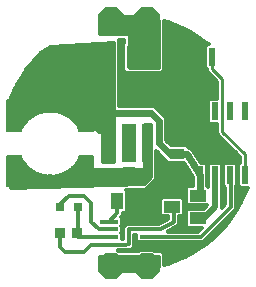
<source format=gtl>
G75*
%MOIN*%
%OFA0B0*%
%FSLAX25Y25*%
%IPPOS*%
%LPD*%
%AMOC8*
5,1,8,0,0,1.08239X$1,22.5*
%
%ADD10R,0.05118X0.03543*%
%ADD11R,0.02165X0.05906*%
%ADD12R,0.03937X0.05512*%
%ADD13R,0.01969X0.12992*%
%ADD14R,0.05118X0.12992*%
%ADD15OC8,0.08600*%
%ADD16C,0.00500*%
%ADD17C,0.00160*%
%ADD18R,0.05000X0.05000*%
%ADD19R,0.06299X0.07480*%
%ADD20R,0.03543X0.06299*%
%ADD21R,0.06299X0.01181*%
%ADD22R,0.03740X0.03740*%
%ADD23R,0.03150X0.03150*%
%ADD24R,0.05512X0.03937*%
%ADD25C,0.01000*%
%ADD26C,0.02400*%
%ADD27C,0.01200*%
%ADD28C,0.03762*%
%ADD29C,0.02778*%
%ADD30C,0.02000*%
D10*
X0072332Y0044110D03*
X0072332Y0051590D03*
D11*
X0079832Y0058480D03*
X0084832Y0058480D03*
X0089832Y0058480D03*
X0094832Y0058480D03*
X0083730Y0076600D03*
X0070935Y0076600D03*
X0079832Y0037220D03*
X0084832Y0037220D03*
X0089832Y0037220D03*
X0094832Y0037220D03*
D12*
X0059823Y0028519D03*
X0052342Y0028519D03*
X0056082Y0037181D03*
D13*
X0050571Y0047850D03*
X0061594Y0047850D03*
D14*
X0056082Y0047850D03*
D15*
X0050082Y0088850D03*
X0062082Y0088850D03*
X0062082Y0006850D03*
X0050082Y0006850D03*
D16*
X0044202Y0033480D02*
X0015462Y0033480D01*
X0015462Y0043716D01*
X0019990Y0043716D01*
X0020352Y0042459D01*
X0020907Y0041274D01*
X0021640Y0040190D01*
X0022534Y0039234D01*
X0023566Y0038430D01*
X0024711Y0037797D01*
X0025941Y0037351D01*
X0027226Y0037103D01*
X0028534Y0037059D01*
X0029832Y0037220D01*
X0031139Y0037012D01*
X0032461Y0037020D01*
X0033764Y0037246D01*
X0035013Y0037682D01*
X0036173Y0038317D01*
X0037213Y0039134D01*
X0038105Y0040111D01*
X0038825Y0041221D01*
X0039353Y0042433D01*
X0039675Y0043716D01*
X0044202Y0043716D01*
X0044202Y0033480D01*
X0044202Y0033758D02*
X0015462Y0033758D01*
X0015462Y0034256D02*
X0044202Y0034256D01*
X0044202Y0034755D02*
X0015462Y0034755D01*
X0015462Y0035253D02*
X0044202Y0035253D01*
X0044202Y0035752D02*
X0015462Y0035752D01*
X0015462Y0036250D02*
X0044202Y0036250D01*
X0044202Y0036749D02*
X0015462Y0036749D01*
X0015462Y0037247D02*
X0026478Y0037247D01*
X0024852Y0037746D02*
X0015462Y0037746D01*
X0015462Y0038244D02*
X0023901Y0038244D01*
X0023164Y0038743D02*
X0015462Y0038743D01*
X0015462Y0039241D02*
X0022527Y0039241D01*
X0022061Y0039740D02*
X0015462Y0039740D01*
X0015462Y0040238D02*
X0021607Y0040238D01*
X0021270Y0040737D02*
X0015462Y0040737D01*
X0015462Y0041235D02*
X0020933Y0041235D01*
X0020691Y0041734D02*
X0015462Y0041734D01*
X0015462Y0042232D02*
X0020458Y0042232D01*
X0020274Y0042731D02*
X0015462Y0042731D01*
X0015462Y0043229D02*
X0020130Y0043229D01*
X0033768Y0037247D02*
X0044202Y0037247D01*
X0044202Y0037746D02*
X0035129Y0037746D01*
X0036039Y0038244D02*
X0044202Y0038244D01*
X0044202Y0038743D02*
X0036715Y0038743D01*
X0037311Y0039241D02*
X0044202Y0039241D01*
X0044202Y0039740D02*
X0037766Y0039740D01*
X0038188Y0040238D02*
X0044202Y0040238D01*
X0044202Y0040737D02*
X0038511Y0040737D01*
X0038831Y0041235D02*
X0044202Y0041235D01*
X0044202Y0041734D02*
X0039049Y0041734D01*
X0039266Y0042232D02*
X0044202Y0042232D01*
X0044202Y0042731D02*
X0039428Y0042731D01*
X0039553Y0043229D02*
X0044202Y0043229D01*
X0044202Y0051984D02*
X0039675Y0051984D01*
X0039313Y0053241D01*
X0038758Y0054426D01*
X0038025Y0055510D01*
X0037131Y0056466D01*
X0036099Y0057270D01*
X0034954Y0057903D01*
X0033724Y0058349D01*
X0032439Y0058597D01*
X0031131Y0058641D01*
X0029832Y0058480D01*
X0028526Y0058688D01*
X0027204Y0058680D01*
X0025900Y0058454D01*
X0024652Y0058018D01*
X0023492Y0057383D01*
X0022452Y0056566D01*
X0021559Y0055589D01*
X0020840Y0054479D01*
X0020312Y0053267D01*
X0019990Y0051984D01*
X0015462Y0051984D01*
X0015462Y0062220D01*
X0044202Y0062220D01*
X0044202Y0051984D01*
X0044202Y0052203D02*
X0039612Y0052203D01*
X0039468Y0052701D02*
X0044202Y0052701D01*
X0044202Y0053200D02*
X0039325Y0053200D01*
X0039099Y0053698D02*
X0044202Y0053698D01*
X0044202Y0054197D02*
X0038866Y0054197D01*
X0038576Y0054695D02*
X0044202Y0054695D01*
X0044202Y0055194D02*
X0038239Y0055194D01*
X0037855Y0055692D02*
X0044202Y0055692D01*
X0044202Y0056191D02*
X0037389Y0056191D01*
X0036845Y0056689D02*
X0044202Y0056689D01*
X0044202Y0057188D02*
X0036205Y0057188D01*
X0035346Y0057686D02*
X0044202Y0057686D01*
X0044202Y0058185D02*
X0034177Y0058185D01*
X0028558Y0058683D02*
X0044202Y0058683D01*
X0044202Y0059182D02*
X0015462Y0059182D01*
X0015462Y0059680D02*
X0044202Y0059680D01*
X0044202Y0060179D02*
X0015462Y0060179D01*
X0015462Y0060677D02*
X0044202Y0060677D01*
X0044202Y0061176D02*
X0015462Y0061176D01*
X0015462Y0061674D02*
X0044202Y0061674D01*
X0044202Y0062173D02*
X0015462Y0062173D01*
X0015462Y0058683D02*
X0027759Y0058683D01*
X0025130Y0058185D02*
X0015462Y0058185D01*
X0015462Y0057686D02*
X0024046Y0057686D01*
X0023244Y0057188D02*
X0015462Y0057188D01*
X0015462Y0056689D02*
X0022609Y0056689D01*
X0022109Y0056191D02*
X0015462Y0056191D01*
X0015462Y0055692D02*
X0021654Y0055692D01*
X0021303Y0055194D02*
X0015462Y0055194D01*
X0015462Y0054695D02*
X0020980Y0054695D01*
X0020717Y0054197D02*
X0015462Y0054197D01*
X0015462Y0053698D02*
X0020500Y0053698D01*
X0020295Y0053200D02*
X0015462Y0053200D01*
X0015462Y0052701D02*
X0020170Y0052701D01*
X0020045Y0052203D02*
X0015462Y0052203D01*
D17*
X0018728Y0043207D02*
X0020055Y0043765D01*
X0020160Y0043527D01*
X0020272Y0043292D01*
X0020388Y0043060D01*
X0020511Y0042831D01*
X0020639Y0042605D01*
X0020773Y0042382D01*
X0020912Y0042162D01*
X0021056Y0041946D01*
X0021206Y0041733D01*
X0021360Y0041524D01*
X0021520Y0041319D01*
X0021685Y0041118D01*
X0021854Y0040921D01*
X0022028Y0040728D01*
X0022207Y0040540D01*
X0022391Y0040356D01*
X0022579Y0040176D01*
X0022771Y0040001D01*
X0022968Y0039831D01*
X0023168Y0039666D01*
X0023373Y0039505D01*
X0023581Y0039350D01*
X0023793Y0039200D01*
X0024009Y0039054D01*
X0024228Y0038915D01*
X0024450Y0038780D01*
X0024676Y0038652D01*
X0024905Y0038528D01*
X0025137Y0038410D01*
X0025371Y0038298D01*
X0025608Y0038192D01*
X0025848Y0038092D01*
X0026090Y0037997D01*
X0026335Y0037908D01*
X0026581Y0037826D01*
X0026829Y0037749D01*
X0027080Y0037679D01*
X0027331Y0037614D01*
X0027585Y0037556D01*
X0027839Y0037504D01*
X0028095Y0037458D01*
X0028352Y0037418D01*
X0028610Y0037385D01*
X0028869Y0037358D01*
X0029128Y0037337D01*
X0029387Y0037323D01*
X0029647Y0037315D01*
X0029907Y0037313D01*
X0030167Y0037318D01*
X0030426Y0037329D01*
X0030686Y0037346D01*
X0030945Y0037370D01*
X0031203Y0037400D01*
X0031460Y0037436D01*
X0031717Y0037478D01*
X0031972Y0037527D01*
X0032226Y0037582D01*
X0032479Y0037643D01*
X0032730Y0037710D01*
X0032979Y0037784D01*
X0033227Y0037863D01*
X0033472Y0037949D01*
X0033715Y0038040D01*
X0033957Y0038137D01*
X0034195Y0038240D01*
X0034431Y0038349D01*
X0034664Y0038464D01*
X0034895Y0038584D01*
X0035122Y0038710D01*
X0035346Y0038842D01*
X0035567Y0038978D01*
X0035785Y0039121D01*
X0035999Y0039268D01*
X0036209Y0039421D01*
X0036416Y0039578D01*
X0036619Y0039741D01*
X0036817Y0039909D01*
X0037012Y0040081D01*
X0037202Y0040258D01*
X0037388Y0040440D01*
X0037570Y0040626D01*
X0037746Y0040817D01*
X0037919Y0041011D01*
X0038086Y0041210D01*
X0038248Y0041413D01*
X0038406Y0041620D01*
X0038558Y0041831D01*
X0038705Y0042045D01*
X0038847Y0042263D01*
X0038983Y0042484D01*
X0039115Y0042708D01*
X0039240Y0042936D01*
X0039360Y0043167D01*
X0039474Y0043400D01*
X0039583Y0043636D01*
X0039686Y0043875D01*
X0041019Y0043332D01*
X0040903Y0043060D01*
X0040780Y0042792D01*
X0040650Y0042527D01*
X0040514Y0042265D01*
X0040372Y0042006D01*
X0040223Y0041751D01*
X0040068Y0041499D01*
X0039907Y0041252D01*
X0039740Y0041008D01*
X0039567Y0040769D01*
X0039389Y0040534D01*
X0039204Y0040303D01*
X0039014Y0040077D01*
X0038819Y0039856D01*
X0038618Y0039639D01*
X0038412Y0039428D01*
X0038201Y0039221D01*
X0037985Y0039020D01*
X0037764Y0038824D01*
X0037539Y0038633D01*
X0037309Y0038448D01*
X0037074Y0038269D01*
X0036835Y0038096D01*
X0036592Y0037928D01*
X0036345Y0037766D01*
X0036094Y0037611D01*
X0035839Y0037461D01*
X0035581Y0037318D01*
X0035319Y0037181D01*
X0035054Y0037051D01*
X0034786Y0036927D01*
X0034515Y0036810D01*
X0034241Y0036699D01*
X0033965Y0036595D01*
X0033686Y0036498D01*
X0033405Y0036408D01*
X0033122Y0036325D01*
X0032837Y0036248D01*
X0032550Y0036179D01*
X0032261Y0036116D01*
X0031971Y0036061D01*
X0031680Y0036013D01*
X0031387Y0035971D01*
X0031094Y0035937D01*
X0030800Y0035911D01*
X0030505Y0035891D01*
X0030210Y0035878D01*
X0029915Y0035873D01*
X0029620Y0035875D01*
X0029325Y0035884D01*
X0029030Y0035901D01*
X0028735Y0035924D01*
X0028442Y0035955D01*
X0028149Y0035993D01*
X0027857Y0036038D01*
X0027566Y0036090D01*
X0027277Y0036149D01*
X0026989Y0036215D01*
X0026703Y0036289D01*
X0026419Y0036369D01*
X0026137Y0036456D01*
X0025857Y0036550D01*
X0025580Y0036651D01*
X0025305Y0036758D01*
X0025032Y0036872D01*
X0024763Y0036993D01*
X0024496Y0037121D01*
X0024233Y0037254D01*
X0023973Y0037395D01*
X0023717Y0037541D01*
X0023464Y0037694D01*
X0023215Y0037853D01*
X0022970Y0038018D01*
X0022730Y0038188D01*
X0022493Y0038365D01*
X0022261Y0038547D01*
X0022033Y0038735D01*
X0021810Y0038929D01*
X0021592Y0039128D01*
X0021378Y0039332D01*
X0021170Y0039541D01*
X0020967Y0039755D01*
X0020769Y0039975D01*
X0020577Y0040199D01*
X0020390Y0040427D01*
X0020208Y0040660D01*
X0020033Y0040898D01*
X0019863Y0041139D01*
X0019699Y0041385D01*
X0019542Y0041635D01*
X0019390Y0041888D01*
X0019245Y0042145D01*
X0019106Y0042406D01*
X0018973Y0042669D01*
X0018847Y0042936D01*
X0018727Y0043206D01*
X0018867Y0043265D01*
X0018985Y0042998D01*
X0019109Y0042735D01*
X0019240Y0042474D01*
X0019378Y0042217D01*
X0019521Y0041963D01*
X0019671Y0041713D01*
X0019826Y0041466D01*
X0019988Y0041224D01*
X0020156Y0040985D01*
X0020329Y0040751D01*
X0020508Y0040521D01*
X0020693Y0040295D01*
X0020883Y0040074D01*
X0021078Y0039857D01*
X0021279Y0039646D01*
X0021484Y0039439D01*
X0021695Y0039238D01*
X0021911Y0039041D01*
X0022131Y0038850D01*
X0022356Y0038665D01*
X0022585Y0038485D01*
X0022819Y0038310D01*
X0023057Y0038142D01*
X0023299Y0037979D01*
X0023544Y0037822D01*
X0023794Y0037671D01*
X0024047Y0037526D01*
X0024304Y0037388D01*
X0024564Y0037256D01*
X0024827Y0037130D01*
X0025093Y0037011D01*
X0025362Y0036898D01*
X0025633Y0036792D01*
X0025907Y0036692D01*
X0026184Y0036600D01*
X0026462Y0036514D01*
X0026743Y0036434D01*
X0027025Y0036362D01*
X0027309Y0036297D01*
X0027595Y0036238D01*
X0027882Y0036187D01*
X0028170Y0036142D01*
X0028459Y0036105D01*
X0028749Y0036075D01*
X0029040Y0036051D01*
X0029331Y0036035D01*
X0029623Y0036026D01*
X0029914Y0036024D01*
X0030206Y0036029D01*
X0030497Y0036042D01*
X0030788Y0036061D01*
X0031078Y0036088D01*
X0031368Y0036121D01*
X0031657Y0036162D01*
X0031944Y0036210D01*
X0032231Y0036264D01*
X0032516Y0036326D01*
X0032799Y0036394D01*
X0033081Y0036470D01*
X0033360Y0036552D01*
X0033638Y0036641D01*
X0033913Y0036737D01*
X0034186Y0036840D01*
X0034457Y0036949D01*
X0034724Y0037065D01*
X0034989Y0037187D01*
X0035250Y0037316D01*
X0035509Y0037451D01*
X0035764Y0037592D01*
X0036015Y0037740D01*
X0036263Y0037893D01*
X0036507Y0038053D01*
X0036747Y0038218D01*
X0036983Y0038390D01*
X0037215Y0038567D01*
X0037442Y0038749D01*
X0037665Y0038938D01*
X0037883Y0039131D01*
X0038096Y0039330D01*
X0038305Y0039534D01*
X0038508Y0039743D01*
X0038706Y0039956D01*
X0038899Y0040175D01*
X0039087Y0040398D01*
X0039269Y0040626D01*
X0039445Y0040858D01*
X0039616Y0041095D01*
X0039781Y0041335D01*
X0039940Y0041579D01*
X0040093Y0041828D01*
X0040240Y0042080D01*
X0040380Y0042335D01*
X0040515Y0042594D01*
X0040643Y0042856D01*
X0040764Y0043121D01*
X0040880Y0043389D01*
X0040740Y0043446D01*
X0040626Y0043181D01*
X0040506Y0042919D01*
X0040380Y0042661D01*
X0040247Y0042405D01*
X0040108Y0042153D01*
X0039963Y0041905D01*
X0039812Y0041660D01*
X0039655Y0041418D01*
X0039492Y0041181D01*
X0039324Y0040947D01*
X0039149Y0040718D01*
X0038970Y0040493D01*
X0038784Y0040273D01*
X0038594Y0040057D01*
X0038398Y0039846D01*
X0038197Y0039640D01*
X0037992Y0039439D01*
X0037781Y0039242D01*
X0037566Y0039051D01*
X0037346Y0038866D01*
X0037121Y0038685D01*
X0036893Y0038511D01*
X0036660Y0038341D01*
X0036423Y0038178D01*
X0036182Y0038020D01*
X0035937Y0037869D01*
X0035689Y0037723D01*
X0035437Y0037584D01*
X0035182Y0037450D01*
X0034924Y0037323D01*
X0034662Y0037203D01*
X0034398Y0037088D01*
X0034131Y0036981D01*
X0033862Y0036879D01*
X0033590Y0036785D01*
X0033316Y0036697D01*
X0033040Y0036615D01*
X0032761Y0036541D01*
X0032482Y0036473D01*
X0032200Y0036412D01*
X0031918Y0036358D01*
X0031634Y0036311D01*
X0031349Y0036271D01*
X0031063Y0036238D01*
X0030776Y0036212D01*
X0030489Y0036192D01*
X0030201Y0036180D01*
X0029913Y0036175D01*
X0029625Y0036177D01*
X0029338Y0036186D01*
X0029050Y0036202D01*
X0028763Y0036225D01*
X0028477Y0036255D01*
X0028192Y0036292D01*
X0027907Y0036336D01*
X0027624Y0036386D01*
X0027342Y0036444D01*
X0027061Y0036509D01*
X0026782Y0036580D01*
X0026505Y0036658D01*
X0026230Y0036743D01*
X0025957Y0036835D01*
X0025687Y0036933D01*
X0025419Y0037038D01*
X0025153Y0037149D01*
X0024890Y0037267D01*
X0024631Y0037391D01*
X0024374Y0037522D01*
X0024121Y0037658D01*
X0023871Y0037801D01*
X0023624Y0037950D01*
X0023382Y0038105D01*
X0023143Y0038265D01*
X0022908Y0038432D01*
X0022677Y0038604D01*
X0022451Y0038782D01*
X0022229Y0038965D01*
X0022011Y0039154D01*
X0021799Y0039348D01*
X0021591Y0039547D01*
X0021388Y0039751D01*
X0021189Y0039959D01*
X0020997Y0040173D01*
X0020809Y0040391D01*
X0020627Y0040614D01*
X0020450Y0040841D01*
X0020279Y0041073D01*
X0020113Y0041308D01*
X0019954Y0041548D01*
X0019800Y0041791D01*
X0019652Y0042038D01*
X0019510Y0042289D01*
X0019375Y0042543D01*
X0019245Y0042800D01*
X0019122Y0043060D01*
X0019006Y0043323D01*
X0019145Y0043382D01*
X0019260Y0043122D01*
X0019382Y0042865D01*
X0019509Y0042611D01*
X0019643Y0042361D01*
X0019783Y0042113D01*
X0019929Y0041870D01*
X0020081Y0041629D01*
X0020238Y0041393D01*
X0020402Y0041160D01*
X0020571Y0040932D01*
X0020745Y0040708D01*
X0020925Y0040488D01*
X0021110Y0040272D01*
X0021301Y0040061D01*
X0021496Y0039855D01*
X0021697Y0039654D01*
X0021902Y0039458D01*
X0022112Y0039266D01*
X0022327Y0039080D01*
X0022546Y0038899D01*
X0022770Y0038724D01*
X0022997Y0038554D01*
X0023229Y0038389D01*
X0023465Y0038231D01*
X0023705Y0038078D01*
X0023948Y0037931D01*
X0024194Y0037790D01*
X0024445Y0037655D01*
X0024698Y0037526D01*
X0024954Y0037404D01*
X0025214Y0037288D01*
X0025476Y0037178D01*
X0025740Y0037074D01*
X0026007Y0036977D01*
X0026277Y0036887D01*
X0026548Y0036803D01*
X0026822Y0036726D01*
X0027097Y0036655D01*
X0027374Y0036592D01*
X0027652Y0036535D01*
X0027932Y0036485D01*
X0028213Y0036441D01*
X0028495Y0036405D01*
X0028777Y0036375D01*
X0029061Y0036353D01*
X0029344Y0036337D01*
X0029628Y0036328D01*
X0029912Y0036326D01*
X0030197Y0036331D01*
X0030480Y0036343D01*
X0030764Y0036362D01*
X0031047Y0036388D01*
X0031329Y0036421D01*
X0031611Y0036460D01*
X0031891Y0036507D01*
X0032170Y0036560D01*
X0032448Y0036620D01*
X0032724Y0036687D01*
X0032998Y0036761D01*
X0033271Y0036841D01*
X0033542Y0036928D01*
X0033810Y0037021D01*
X0034076Y0037121D01*
X0034339Y0037228D01*
X0034600Y0037340D01*
X0034858Y0037459D01*
X0035113Y0037585D01*
X0035365Y0037716D01*
X0035614Y0037854D01*
X0035859Y0037998D01*
X0036100Y0038148D01*
X0036338Y0038303D01*
X0036572Y0038464D01*
X0036802Y0038631D01*
X0037028Y0038804D01*
X0037249Y0038982D01*
X0037466Y0039165D01*
X0037679Y0039354D01*
X0037887Y0039547D01*
X0038090Y0039746D01*
X0038288Y0039950D01*
X0038482Y0040158D01*
X0038670Y0040371D01*
X0038852Y0040589D01*
X0039030Y0040810D01*
X0039202Y0041037D01*
X0039368Y0041267D01*
X0039529Y0041501D01*
X0039684Y0041740D01*
X0039833Y0041981D01*
X0039976Y0042227D01*
X0040113Y0042476D01*
X0040244Y0042728D01*
X0040369Y0042983D01*
X0040488Y0043241D01*
X0040600Y0043503D01*
X0040460Y0043560D01*
X0040349Y0043302D01*
X0040232Y0043047D01*
X0040109Y0042795D01*
X0039980Y0042546D01*
X0039844Y0042301D01*
X0039703Y0042058D01*
X0039556Y0041820D01*
X0039403Y0041585D01*
X0039244Y0041353D01*
X0039080Y0041126D01*
X0038910Y0040903D01*
X0038735Y0040684D01*
X0038555Y0040469D01*
X0038369Y0040259D01*
X0038178Y0040053D01*
X0037983Y0039852D01*
X0037782Y0039656D01*
X0037577Y0039465D01*
X0037367Y0039279D01*
X0037153Y0039098D01*
X0036934Y0038922D01*
X0036711Y0038752D01*
X0036484Y0038587D01*
X0036253Y0038428D01*
X0036019Y0038275D01*
X0035780Y0038127D01*
X0035538Y0037985D01*
X0035293Y0037849D01*
X0035044Y0037719D01*
X0034793Y0037596D01*
X0034538Y0037478D01*
X0034281Y0037367D01*
X0034021Y0037262D01*
X0033758Y0037163D01*
X0033493Y0037071D01*
X0033226Y0036985D01*
X0032957Y0036906D01*
X0032686Y0036833D01*
X0032414Y0036767D01*
X0032140Y0036708D01*
X0031864Y0036655D01*
X0031588Y0036610D01*
X0031310Y0036570D01*
X0031031Y0036538D01*
X0030752Y0036513D01*
X0030472Y0036494D01*
X0030192Y0036482D01*
X0029912Y0036477D01*
X0029631Y0036479D01*
X0029351Y0036488D01*
X0029071Y0036503D01*
X0028791Y0036526D01*
X0028512Y0036555D01*
X0028234Y0036591D01*
X0027957Y0036633D01*
X0027681Y0036683D01*
X0027406Y0036739D01*
X0027133Y0036802D01*
X0026861Y0036872D01*
X0026591Y0036948D01*
X0026323Y0037031D01*
X0026057Y0037120D01*
X0025794Y0037215D01*
X0025533Y0037318D01*
X0025274Y0037426D01*
X0025018Y0037541D01*
X0024765Y0037662D01*
X0024515Y0037789D01*
X0024268Y0037922D01*
X0024025Y0038061D01*
X0023785Y0038206D01*
X0023548Y0038357D01*
X0023315Y0038513D01*
X0023087Y0038676D01*
X0022862Y0038843D01*
X0022641Y0039016D01*
X0022425Y0039195D01*
X0022213Y0039379D01*
X0022006Y0039567D01*
X0021803Y0039761D01*
X0021605Y0039960D01*
X0021412Y0040163D01*
X0021224Y0040372D01*
X0021041Y0040584D01*
X0020864Y0040801D01*
X0020691Y0041023D01*
X0020525Y0041248D01*
X0020363Y0041478D01*
X0020208Y0041711D01*
X0020058Y0041948D01*
X0019914Y0042189D01*
X0019776Y0042433D01*
X0019644Y0042680D01*
X0019518Y0042931D01*
X0019398Y0043184D01*
X0019284Y0043441D01*
X0019423Y0043499D01*
X0019536Y0043246D01*
X0019654Y0042996D01*
X0019778Y0042749D01*
X0019909Y0042505D01*
X0020045Y0042264D01*
X0020187Y0042026D01*
X0020335Y0041792D01*
X0020489Y0041562D01*
X0020648Y0041336D01*
X0020812Y0041113D01*
X0020982Y0040895D01*
X0021158Y0040681D01*
X0021338Y0040471D01*
X0021523Y0040265D01*
X0021714Y0040065D01*
X0021909Y0039869D01*
X0022109Y0039677D01*
X0022314Y0039491D01*
X0022523Y0039310D01*
X0022736Y0039134D01*
X0022954Y0038963D01*
X0023176Y0038797D01*
X0023402Y0038637D01*
X0023631Y0038483D01*
X0023865Y0038334D01*
X0024102Y0038191D01*
X0024342Y0038054D01*
X0024585Y0037922D01*
X0024832Y0037797D01*
X0025082Y0037678D01*
X0025334Y0037564D01*
X0025590Y0037457D01*
X0025847Y0037357D01*
X0026107Y0037262D01*
X0026370Y0037174D01*
X0026634Y0037093D01*
X0026901Y0037017D01*
X0027169Y0036949D01*
X0027438Y0036887D01*
X0027710Y0036831D01*
X0027982Y0036782D01*
X0028255Y0036740D01*
X0028530Y0036705D01*
X0028805Y0036676D01*
X0029081Y0036654D01*
X0029357Y0036639D01*
X0029634Y0036630D01*
X0029911Y0036628D01*
X0030187Y0036633D01*
X0030464Y0036645D01*
X0030740Y0036663D01*
X0031016Y0036688D01*
X0031291Y0036720D01*
X0031565Y0036759D01*
X0031838Y0036804D01*
X0032109Y0036856D01*
X0032380Y0036914D01*
X0032649Y0036980D01*
X0032916Y0037051D01*
X0033182Y0037129D01*
X0033445Y0037214D01*
X0033707Y0037305D01*
X0033966Y0037402D01*
X0034222Y0037506D01*
X0034476Y0037616D01*
X0034727Y0037732D01*
X0034976Y0037854D01*
X0035221Y0037982D01*
X0035463Y0038116D01*
X0035702Y0038256D01*
X0035937Y0038402D01*
X0036169Y0038553D01*
X0036397Y0038710D01*
X0036621Y0038873D01*
X0036841Y0039041D01*
X0037056Y0039214D01*
X0037268Y0039393D01*
X0037475Y0039576D01*
X0037677Y0039765D01*
X0037875Y0039958D01*
X0038068Y0040157D01*
X0038257Y0040359D01*
X0038440Y0040567D01*
X0038618Y0040779D01*
X0038791Y0040995D01*
X0038958Y0041215D01*
X0039120Y0041440D01*
X0039277Y0041668D01*
X0039428Y0041900D01*
X0039573Y0042135D01*
X0039713Y0042374D01*
X0039846Y0042617D01*
X0039974Y0042862D01*
X0040095Y0043111D01*
X0040211Y0043362D01*
X0040320Y0043616D01*
X0040180Y0043673D01*
X0040072Y0043423D01*
X0039958Y0043175D01*
X0039838Y0042929D01*
X0039713Y0042687D01*
X0039581Y0042448D01*
X0039443Y0042212D01*
X0039300Y0041980D01*
X0039151Y0041751D01*
X0038996Y0041526D01*
X0038836Y0041304D01*
X0038671Y0041087D01*
X0038501Y0040874D01*
X0038325Y0040665D01*
X0038144Y0040460D01*
X0037958Y0040260D01*
X0037768Y0040064D01*
X0037573Y0039874D01*
X0037373Y0039688D01*
X0037169Y0039506D01*
X0036960Y0039330D01*
X0036747Y0039159D01*
X0036530Y0038994D01*
X0036309Y0038833D01*
X0036084Y0038678D01*
X0035856Y0038529D01*
X0035624Y0038385D01*
X0035388Y0038247D01*
X0035149Y0038115D01*
X0034907Y0037988D01*
X0034662Y0037868D01*
X0034414Y0037753D01*
X0034164Y0037645D01*
X0033910Y0037543D01*
X0033655Y0037447D01*
X0033397Y0037357D01*
X0033137Y0037274D01*
X0032875Y0037196D01*
X0032611Y0037126D01*
X0032346Y0037062D01*
X0032079Y0037004D01*
X0031811Y0036953D01*
X0031542Y0036908D01*
X0031271Y0036870D01*
X0031000Y0036839D01*
X0030728Y0036814D01*
X0030456Y0036796D01*
X0030183Y0036784D01*
X0029910Y0036779D01*
X0029637Y0036781D01*
X0029364Y0036789D01*
X0029091Y0036805D01*
X0028819Y0036826D01*
X0028548Y0036855D01*
X0028277Y0036890D01*
X0028007Y0036931D01*
X0027738Y0036979D01*
X0027471Y0037034D01*
X0027205Y0037095D01*
X0026940Y0037163D01*
X0026677Y0037237D01*
X0026416Y0037318D01*
X0026158Y0037405D01*
X0025901Y0037498D01*
X0025647Y0037597D01*
X0025395Y0037703D01*
X0025146Y0037814D01*
X0024899Y0037932D01*
X0024656Y0038056D01*
X0024416Y0038185D01*
X0024178Y0038321D01*
X0023945Y0038462D01*
X0023715Y0038609D01*
X0023488Y0038761D01*
X0023265Y0038919D01*
X0023046Y0039082D01*
X0022832Y0039251D01*
X0022621Y0039425D01*
X0022415Y0039603D01*
X0022213Y0039787D01*
X0022015Y0039976D01*
X0021823Y0040169D01*
X0021635Y0040368D01*
X0021452Y0040570D01*
X0021274Y0040777D01*
X0021101Y0040988D01*
X0020933Y0041204D01*
X0020771Y0041423D01*
X0020614Y0041647D01*
X0020462Y0041874D01*
X0020316Y0042105D01*
X0020176Y0042339D01*
X0020041Y0042577D01*
X0019913Y0042817D01*
X0019790Y0043061D01*
X0019673Y0043308D01*
X0019563Y0043558D01*
X0019702Y0043616D01*
X0019811Y0043370D01*
X0019926Y0043127D01*
X0020047Y0042886D01*
X0020174Y0042648D01*
X0020307Y0042414D01*
X0020445Y0042183D01*
X0020589Y0041955D01*
X0020739Y0041731D01*
X0020894Y0041511D01*
X0021054Y0041294D01*
X0021219Y0041082D01*
X0021390Y0040874D01*
X0021566Y0040669D01*
X0021746Y0040470D01*
X0021931Y0040274D01*
X0022122Y0040083D01*
X0022316Y0039897D01*
X0022515Y0039716D01*
X0022719Y0039540D01*
X0022927Y0039368D01*
X0023139Y0039202D01*
X0023355Y0039041D01*
X0023574Y0038885D01*
X0023798Y0038735D01*
X0024025Y0038590D01*
X0024255Y0038451D01*
X0024489Y0038317D01*
X0024726Y0038189D01*
X0024966Y0038067D01*
X0025209Y0037951D01*
X0025455Y0037841D01*
X0025704Y0037737D01*
X0025954Y0037639D01*
X0026208Y0037547D01*
X0026463Y0037461D01*
X0026720Y0037382D01*
X0026980Y0037309D01*
X0027240Y0037242D01*
X0027503Y0037182D01*
X0027767Y0037128D01*
X0028032Y0037080D01*
X0028298Y0037039D01*
X0028565Y0037005D01*
X0028833Y0036977D01*
X0029102Y0036955D01*
X0029370Y0036940D01*
X0029640Y0036932D01*
X0029909Y0036930D01*
X0030178Y0036935D01*
X0030447Y0036946D01*
X0030716Y0036964D01*
X0030984Y0036989D01*
X0031252Y0037020D01*
X0031519Y0037057D01*
X0031784Y0037101D01*
X0032049Y0037152D01*
X0032312Y0037209D01*
X0032574Y0037272D01*
X0032834Y0037342D01*
X0033092Y0037418D01*
X0033349Y0037500D01*
X0033603Y0037589D01*
X0033855Y0037683D01*
X0034105Y0037784D01*
X0034352Y0037891D01*
X0034597Y0038004D01*
X0034839Y0038123D01*
X0035077Y0038248D01*
X0035313Y0038378D01*
X0035545Y0038514D01*
X0035774Y0038656D01*
X0036000Y0038803D01*
X0036221Y0038956D01*
X0036439Y0039114D01*
X0036653Y0039278D01*
X0036863Y0039446D01*
X0037069Y0039620D01*
X0037271Y0039799D01*
X0037468Y0039982D01*
X0037661Y0040171D01*
X0037848Y0040364D01*
X0038032Y0040561D01*
X0038210Y0040763D01*
X0038383Y0040969D01*
X0038552Y0041179D01*
X0038715Y0041394D01*
X0038872Y0041612D01*
X0039025Y0041834D01*
X0039172Y0042060D01*
X0039313Y0042289D01*
X0039449Y0042522D01*
X0039579Y0042757D01*
X0039703Y0042996D01*
X0039822Y0043238D01*
X0039934Y0043483D01*
X0040041Y0043730D01*
X0039901Y0043787D01*
X0039796Y0043543D01*
X0039685Y0043302D01*
X0039568Y0043064D01*
X0039445Y0042828D01*
X0039317Y0042595D01*
X0039183Y0042366D01*
X0039044Y0042140D01*
X0038899Y0041917D01*
X0038748Y0041698D01*
X0038593Y0041483D01*
X0038432Y0041272D01*
X0038266Y0041064D01*
X0038095Y0040861D01*
X0037919Y0040662D01*
X0037739Y0040467D01*
X0037553Y0040277D01*
X0037363Y0040091D01*
X0037169Y0039910D01*
X0036970Y0039734D01*
X0036767Y0039563D01*
X0036560Y0039396D01*
X0036349Y0039235D01*
X0036134Y0039079D01*
X0035915Y0038928D01*
X0035693Y0038783D01*
X0035467Y0038643D01*
X0035238Y0038509D01*
X0035005Y0038380D01*
X0034770Y0038257D01*
X0034531Y0038140D01*
X0034290Y0038029D01*
X0034047Y0037923D01*
X0033800Y0037824D01*
X0033552Y0037731D01*
X0033301Y0037643D01*
X0033048Y0037562D01*
X0032793Y0037487D01*
X0032536Y0037418D01*
X0032278Y0037356D01*
X0032019Y0037300D01*
X0031758Y0037250D01*
X0031496Y0037207D01*
X0031233Y0037170D01*
X0030969Y0037139D01*
X0030704Y0037115D01*
X0030439Y0037097D01*
X0030174Y0037086D01*
X0029908Y0037081D01*
X0029643Y0037083D01*
X0029377Y0037091D01*
X0029112Y0037106D01*
X0028847Y0037127D01*
X0028583Y0037155D01*
X0028319Y0037189D01*
X0028057Y0037229D01*
X0027795Y0037276D01*
X0027535Y0037329D01*
X0027276Y0037389D01*
X0027019Y0037455D01*
X0026763Y0037527D01*
X0026510Y0037605D01*
X0026258Y0037690D01*
X0026008Y0037780D01*
X0025761Y0037877D01*
X0025516Y0037980D01*
X0025273Y0038088D01*
X0025034Y0038203D01*
X0024797Y0038323D01*
X0024563Y0038449D01*
X0024332Y0038581D01*
X0024105Y0038718D01*
X0023881Y0038861D01*
X0023661Y0039009D01*
X0023444Y0039163D01*
X0023231Y0039321D01*
X0023022Y0039485D01*
X0022817Y0039654D01*
X0022616Y0039828D01*
X0022420Y0040007D01*
X0022228Y0040191D01*
X0022040Y0040379D01*
X0021857Y0040572D01*
X0021679Y0040769D01*
X0021506Y0040970D01*
X0021338Y0041176D01*
X0021175Y0041385D01*
X0021017Y0041599D01*
X0020864Y0041816D01*
X0020716Y0042037D01*
X0020574Y0042261D01*
X0020438Y0042489D01*
X0020307Y0042720D01*
X0020182Y0042955D01*
X0020062Y0043192D01*
X0019949Y0043432D01*
X0019841Y0043675D01*
X0019980Y0043733D01*
X0020086Y0043494D01*
X0020198Y0043257D01*
X0020316Y0043023D01*
X0020440Y0042792D01*
X0020569Y0042564D01*
X0020703Y0042340D01*
X0020844Y0042118D01*
X0020989Y0041900D01*
X0021140Y0041686D01*
X0021295Y0041476D01*
X0021456Y0041269D01*
X0021622Y0041066D01*
X0021793Y0040868D01*
X0021969Y0040674D01*
X0022149Y0040484D01*
X0022334Y0040298D01*
X0022523Y0040117D01*
X0022717Y0039941D01*
X0022915Y0039769D01*
X0023117Y0039603D01*
X0023323Y0039441D01*
X0023533Y0039284D01*
X0023747Y0039133D01*
X0023964Y0038987D01*
X0024185Y0038846D01*
X0024409Y0038711D01*
X0024637Y0038581D01*
X0024867Y0038457D01*
X0025101Y0038338D01*
X0025337Y0038225D01*
X0025576Y0038118D01*
X0025818Y0038017D01*
X0026062Y0037921D01*
X0026308Y0037832D01*
X0026556Y0037749D01*
X0026806Y0037671D01*
X0027058Y0037600D01*
X0027312Y0037535D01*
X0027567Y0037477D01*
X0027824Y0037424D01*
X0028082Y0037378D01*
X0028341Y0037338D01*
X0028601Y0037305D01*
X0028861Y0037277D01*
X0029122Y0037256D01*
X0029384Y0037242D01*
X0029645Y0037234D01*
X0029907Y0037232D01*
X0030169Y0037237D01*
X0030431Y0037248D01*
X0030692Y0037265D01*
X0030953Y0037289D01*
X0031213Y0037319D01*
X0031473Y0037356D01*
X0031731Y0037399D01*
X0031988Y0037448D01*
X0032244Y0037503D01*
X0032499Y0037565D01*
X0032752Y0037632D01*
X0033003Y0037706D01*
X0033253Y0037786D01*
X0033500Y0037872D01*
X0033745Y0037965D01*
X0033988Y0038063D01*
X0034228Y0038167D01*
X0034466Y0038276D01*
X0034701Y0038392D01*
X0034933Y0038513D01*
X0035163Y0038640D01*
X0035388Y0038772D01*
X0035611Y0038910D01*
X0035830Y0039054D01*
X0036046Y0039202D01*
X0036258Y0039356D01*
X0036466Y0039515D01*
X0036671Y0039679D01*
X0036871Y0039848D01*
X0037067Y0040021D01*
X0037258Y0040200D01*
X0037446Y0040383D01*
X0037629Y0040571D01*
X0037807Y0040763D01*
X0037980Y0040959D01*
X0038149Y0041159D01*
X0038312Y0041364D01*
X0038471Y0041572D01*
X0038624Y0041784D01*
X0038773Y0042000D01*
X0038916Y0042220D01*
X0039053Y0042443D01*
X0039185Y0042669D01*
X0039312Y0042898D01*
X0039433Y0043131D01*
X0039548Y0043366D01*
X0039657Y0043604D01*
X0039761Y0043844D01*
X0040936Y0052493D02*
X0039609Y0051935D01*
X0039504Y0052173D01*
X0039392Y0052408D01*
X0039276Y0052640D01*
X0039153Y0052869D01*
X0039025Y0053095D01*
X0038891Y0053318D01*
X0038752Y0053538D01*
X0038608Y0053754D01*
X0038458Y0053967D01*
X0038304Y0054176D01*
X0038144Y0054381D01*
X0037979Y0054582D01*
X0037810Y0054779D01*
X0037636Y0054972D01*
X0037457Y0055160D01*
X0037273Y0055344D01*
X0037085Y0055524D01*
X0036893Y0055699D01*
X0036696Y0055869D01*
X0036496Y0056034D01*
X0036291Y0056195D01*
X0036083Y0056350D01*
X0035871Y0056500D01*
X0035655Y0056646D01*
X0035436Y0056785D01*
X0035214Y0056920D01*
X0034988Y0057048D01*
X0034759Y0057172D01*
X0034527Y0057290D01*
X0034293Y0057402D01*
X0034056Y0057508D01*
X0033816Y0057608D01*
X0033574Y0057703D01*
X0033329Y0057792D01*
X0033083Y0057874D01*
X0032835Y0057951D01*
X0032584Y0058021D01*
X0032333Y0058086D01*
X0032079Y0058144D01*
X0031825Y0058196D01*
X0031569Y0058242D01*
X0031312Y0058282D01*
X0031054Y0058315D01*
X0030795Y0058342D01*
X0030536Y0058363D01*
X0030277Y0058377D01*
X0030017Y0058385D01*
X0029757Y0058387D01*
X0029497Y0058382D01*
X0029238Y0058371D01*
X0028978Y0058354D01*
X0028719Y0058330D01*
X0028461Y0058300D01*
X0028204Y0058264D01*
X0027947Y0058222D01*
X0027692Y0058173D01*
X0027438Y0058118D01*
X0027185Y0058057D01*
X0026934Y0057990D01*
X0026685Y0057916D01*
X0026437Y0057837D01*
X0026192Y0057751D01*
X0025949Y0057660D01*
X0025707Y0057563D01*
X0025469Y0057460D01*
X0025233Y0057351D01*
X0025000Y0057236D01*
X0024769Y0057116D01*
X0024542Y0056990D01*
X0024318Y0056858D01*
X0024097Y0056722D01*
X0023879Y0056579D01*
X0023665Y0056432D01*
X0023455Y0056279D01*
X0023248Y0056122D01*
X0023045Y0055959D01*
X0022847Y0055791D01*
X0022652Y0055619D01*
X0022462Y0055442D01*
X0022276Y0055260D01*
X0022094Y0055074D01*
X0021918Y0054883D01*
X0021745Y0054689D01*
X0021578Y0054490D01*
X0021416Y0054287D01*
X0021258Y0054080D01*
X0021106Y0053869D01*
X0020959Y0053655D01*
X0020817Y0053437D01*
X0020681Y0053216D01*
X0020549Y0052992D01*
X0020424Y0052764D01*
X0020304Y0052533D01*
X0020190Y0052300D01*
X0020081Y0052064D01*
X0019978Y0051825D01*
X0018645Y0052368D01*
X0018761Y0052640D01*
X0018884Y0052908D01*
X0019014Y0053173D01*
X0019150Y0053435D01*
X0019292Y0053694D01*
X0019441Y0053949D01*
X0019596Y0054201D01*
X0019757Y0054448D01*
X0019924Y0054692D01*
X0020097Y0054931D01*
X0020275Y0055166D01*
X0020460Y0055397D01*
X0020650Y0055623D01*
X0020845Y0055844D01*
X0021046Y0056061D01*
X0021252Y0056272D01*
X0021463Y0056479D01*
X0021679Y0056680D01*
X0021900Y0056876D01*
X0022125Y0057067D01*
X0022355Y0057252D01*
X0022590Y0057431D01*
X0022829Y0057604D01*
X0023072Y0057772D01*
X0023319Y0057934D01*
X0023570Y0058089D01*
X0023825Y0058239D01*
X0024083Y0058382D01*
X0024345Y0058519D01*
X0024610Y0058649D01*
X0024878Y0058773D01*
X0025149Y0058890D01*
X0025423Y0059001D01*
X0025699Y0059105D01*
X0025978Y0059202D01*
X0026259Y0059292D01*
X0026542Y0059375D01*
X0026827Y0059452D01*
X0027114Y0059521D01*
X0027403Y0059584D01*
X0027693Y0059639D01*
X0027984Y0059687D01*
X0028277Y0059729D01*
X0028570Y0059763D01*
X0028864Y0059789D01*
X0029159Y0059809D01*
X0029454Y0059822D01*
X0029749Y0059827D01*
X0030044Y0059825D01*
X0030339Y0059816D01*
X0030634Y0059799D01*
X0030929Y0059776D01*
X0031222Y0059745D01*
X0031515Y0059707D01*
X0031807Y0059662D01*
X0032098Y0059610D01*
X0032387Y0059551D01*
X0032675Y0059485D01*
X0032961Y0059411D01*
X0033245Y0059331D01*
X0033527Y0059244D01*
X0033807Y0059150D01*
X0034084Y0059049D01*
X0034359Y0058942D01*
X0034632Y0058828D01*
X0034901Y0058707D01*
X0035168Y0058579D01*
X0035431Y0058446D01*
X0035691Y0058305D01*
X0035947Y0058159D01*
X0036200Y0058006D01*
X0036449Y0057847D01*
X0036694Y0057682D01*
X0036934Y0057512D01*
X0037171Y0057335D01*
X0037403Y0057153D01*
X0037631Y0056965D01*
X0037854Y0056771D01*
X0038072Y0056572D01*
X0038286Y0056368D01*
X0038494Y0056159D01*
X0038697Y0055945D01*
X0038895Y0055725D01*
X0039087Y0055501D01*
X0039274Y0055273D01*
X0039456Y0055040D01*
X0039631Y0054802D01*
X0039801Y0054561D01*
X0039965Y0054315D01*
X0040122Y0054065D01*
X0040274Y0053812D01*
X0040419Y0053555D01*
X0040558Y0053294D01*
X0040691Y0053031D01*
X0040817Y0052764D01*
X0040937Y0052494D01*
X0040797Y0052435D01*
X0040679Y0052702D01*
X0040555Y0052965D01*
X0040424Y0053226D01*
X0040286Y0053483D01*
X0040143Y0053737D01*
X0039993Y0053987D01*
X0039838Y0054234D01*
X0039676Y0054476D01*
X0039508Y0054715D01*
X0039335Y0054949D01*
X0039156Y0055179D01*
X0038971Y0055405D01*
X0038781Y0055626D01*
X0038586Y0055843D01*
X0038385Y0056054D01*
X0038180Y0056261D01*
X0037969Y0056462D01*
X0037753Y0056659D01*
X0037533Y0056850D01*
X0037308Y0057035D01*
X0037079Y0057215D01*
X0036845Y0057390D01*
X0036607Y0057558D01*
X0036365Y0057721D01*
X0036120Y0057878D01*
X0035870Y0058029D01*
X0035617Y0058174D01*
X0035360Y0058312D01*
X0035100Y0058444D01*
X0034837Y0058570D01*
X0034571Y0058689D01*
X0034302Y0058802D01*
X0034031Y0058908D01*
X0033757Y0059008D01*
X0033480Y0059100D01*
X0033202Y0059186D01*
X0032921Y0059266D01*
X0032639Y0059338D01*
X0032355Y0059403D01*
X0032069Y0059462D01*
X0031782Y0059513D01*
X0031494Y0059558D01*
X0031205Y0059595D01*
X0030915Y0059625D01*
X0030624Y0059649D01*
X0030333Y0059665D01*
X0030041Y0059674D01*
X0029750Y0059676D01*
X0029458Y0059671D01*
X0029167Y0059658D01*
X0028876Y0059639D01*
X0028586Y0059612D01*
X0028296Y0059579D01*
X0028007Y0059538D01*
X0027720Y0059490D01*
X0027433Y0059436D01*
X0027148Y0059374D01*
X0026865Y0059306D01*
X0026583Y0059230D01*
X0026304Y0059148D01*
X0026026Y0059059D01*
X0025751Y0058963D01*
X0025478Y0058860D01*
X0025207Y0058751D01*
X0024940Y0058635D01*
X0024675Y0058513D01*
X0024414Y0058384D01*
X0024155Y0058249D01*
X0023900Y0058108D01*
X0023649Y0057960D01*
X0023401Y0057807D01*
X0023157Y0057647D01*
X0022917Y0057482D01*
X0022681Y0057310D01*
X0022449Y0057133D01*
X0022222Y0056951D01*
X0021999Y0056762D01*
X0021781Y0056569D01*
X0021568Y0056370D01*
X0021359Y0056166D01*
X0021156Y0055957D01*
X0020958Y0055744D01*
X0020765Y0055525D01*
X0020577Y0055302D01*
X0020395Y0055074D01*
X0020219Y0054842D01*
X0020048Y0054605D01*
X0019883Y0054365D01*
X0019724Y0054121D01*
X0019571Y0053872D01*
X0019424Y0053620D01*
X0019284Y0053365D01*
X0019149Y0053106D01*
X0019021Y0052844D01*
X0018900Y0052579D01*
X0018784Y0052311D01*
X0018924Y0052254D01*
X0019038Y0052519D01*
X0019158Y0052781D01*
X0019284Y0053039D01*
X0019417Y0053295D01*
X0019556Y0053547D01*
X0019701Y0053795D01*
X0019852Y0054040D01*
X0020009Y0054282D01*
X0020172Y0054519D01*
X0020340Y0054753D01*
X0020515Y0054982D01*
X0020694Y0055207D01*
X0020880Y0055427D01*
X0021070Y0055643D01*
X0021266Y0055854D01*
X0021467Y0056060D01*
X0021672Y0056261D01*
X0021883Y0056458D01*
X0022098Y0056649D01*
X0022318Y0056834D01*
X0022543Y0057015D01*
X0022771Y0057189D01*
X0023004Y0057359D01*
X0023241Y0057522D01*
X0023482Y0057680D01*
X0023727Y0057831D01*
X0023975Y0057977D01*
X0024227Y0058116D01*
X0024482Y0058250D01*
X0024740Y0058377D01*
X0025002Y0058497D01*
X0025266Y0058612D01*
X0025533Y0058719D01*
X0025802Y0058821D01*
X0026074Y0058915D01*
X0026348Y0059003D01*
X0026624Y0059085D01*
X0026903Y0059159D01*
X0027182Y0059227D01*
X0027464Y0059288D01*
X0027746Y0059342D01*
X0028030Y0059389D01*
X0028315Y0059429D01*
X0028601Y0059462D01*
X0028888Y0059488D01*
X0029175Y0059508D01*
X0029463Y0059520D01*
X0029751Y0059525D01*
X0030039Y0059523D01*
X0030326Y0059514D01*
X0030614Y0059498D01*
X0030901Y0059475D01*
X0031187Y0059445D01*
X0031472Y0059408D01*
X0031757Y0059364D01*
X0032040Y0059314D01*
X0032322Y0059256D01*
X0032603Y0059191D01*
X0032882Y0059120D01*
X0033159Y0059042D01*
X0033434Y0058957D01*
X0033707Y0058865D01*
X0033977Y0058767D01*
X0034245Y0058662D01*
X0034511Y0058551D01*
X0034774Y0058433D01*
X0035033Y0058309D01*
X0035290Y0058178D01*
X0035543Y0058042D01*
X0035793Y0057899D01*
X0036040Y0057750D01*
X0036282Y0057595D01*
X0036521Y0057435D01*
X0036756Y0057268D01*
X0036987Y0057096D01*
X0037213Y0056918D01*
X0037435Y0056735D01*
X0037653Y0056546D01*
X0037865Y0056352D01*
X0038073Y0056153D01*
X0038276Y0055949D01*
X0038475Y0055741D01*
X0038667Y0055527D01*
X0038855Y0055309D01*
X0039037Y0055086D01*
X0039214Y0054859D01*
X0039385Y0054627D01*
X0039551Y0054392D01*
X0039710Y0054152D01*
X0039864Y0053909D01*
X0040012Y0053662D01*
X0040154Y0053411D01*
X0040289Y0053157D01*
X0040419Y0052900D01*
X0040542Y0052640D01*
X0040658Y0052377D01*
X0040519Y0052318D01*
X0040404Y0052578D01*
X0040282Y0052835D01*
X0040155Y0053089D01*
X0040021Y0053339D01*
X0039881Y0053587D01*
X0039735Y0053830D01*
X0039583Y0054071D01*
X0039426Y0054307D01*
X0039262Y0054540D01*
X0039093Y0054768D01*
X0038919Y0054992D01*
X0038739Y0055212D01*
X0038554Y0055428D01*
X0038363Y0055639D01*
X0038168Y0055845D01*
X0037967Y0056046D01*
X0037762Y0056242D01*
X0037552Y0056434D01*
X0037337Y0056620D01*
X0037118Y0056801D01*
X0036894Y0056976D01*
X0036667Y0057146D01*
X0036435Y0057311D01*
X0036199Y0057469D01*
X0035959Y0057622D01*
X0035716Y0057769D01*
X0035470Y0057910D01*
X0035219Y0058045D01*
X0034966Y0058174D01*
X0034710Y0058296D01*
X0034450Y0058412D01*
X0034188Y0058522D01*
X0033924Y0058626D01*
X0033657Y0058723D01*
X0033387Y0058813D01*
X0033116Y0058897D01*
X0032842Y0058974D01*
X0032567Y0059045D01*
X0032290Y0059108D01*
X0032012Y0059165D01*
X0031732Y0059215D01*
X0031451Y0059259D01*
X0031169Y0059295D01*
X0030887Y0059325D01*
X0030603Y0059347D01*
X0030320Y0059363D01*
X0030036Y0059372D01*
X0029752Y0059374D01*
X0029467Y0059369D01*
X0029184Y0059357D01*
X0028900Y0059338D01*
X0028617Y0059312D01*
X0028335Y0059279D01*
X0028053Y0059240D01*
X0027773Y0059193D01*
X0027494Y0059140D01*
X0027216Y0059080D01*
X0026940Y0059013D01*
X0026666Y0058939D01*
X0026393Y0058859D01*
X0026122Y0058772D01*
X0025854Y0058679D01*
X0025588Y0058579D01*
X0025325Y0058472D01*
X0025064Y0058360D01*
X0024806Y0058241D01*
X0024551Y0058115D01*
X0024299Y0057984D01*
X0024050Y0057846D01*
X0023805Y0057702D01*
X0023564Y0057552D01*
X0023326Y0057397D01*
X0023092Y0057236D01*
X0022862Y0057069D01*
X0022636Y0056896D01*
X0022415Y0056718D01*
X0022198Y0056535D01*
X0021985Y0056346D01*
X0021777Y0056153D01*
X0021574Y0055954D01*
X0021376Y0055750D01*
X0021182Y0055542D01*
X0020994Y0055329D01*
X0020812Y0055111D01*
X0020634Y0054890D01*
X0020462Y0054663D01*
X0020296Y0054433D01*
X0020135Y0054199D01*
X0019980Y0053960D01*
X0019831Y0053719D01*
X0019688Y0053473D01*
X0019551Y0053224D01*
X0019420Y0052972D01*
X0019295Y0052717D01*
X0019176Y0052459D01*
X0019064Y0052197D01*
X0019204Y0052140D01*
X0019315Y0052398D01*
X0019432Y0052653D01*
X0019555Y0052905D01*
X0019684Y0053154D01*
X0019820Y0053399D01*
X0019961Y0053642D01*
X0020108Y0053880D01*
X0020261Y0054115D01*
X0020420Y0054347D01*
X0020584Y0054574D01*
X0020754Y0054797D01*
X0020929Y0055016D01*
X0021109Y0055231D01*
X0021295Y0055441D01*
X0021486Y0055647D01*
X0021681Y0055848D01*
X0021882Y0056044D01*
X0022087Y0056235D01*
X0022297Y0056421D01*
X0022511Y0056602D01*
X0022730Y0056778D01*
X0022953Y0056948D01*
X0023180Y0057113D01*
X0023411Y0057272D01*
X0023645Y0057425D01*
X0023884Y0057573D01*
X0024126Y0057715D01*
X0024371Y0057851D01*
X0024620Y0057981D01*
X0024871Y0058104D01*
X0025126Y0058222D01*
X0025383Y0058333D01*
X0025643Y0058438D01*
X0025906Y0058537D01*
X0026171Y0058629D01*
X0026438Y0058715D01*
X0026707Y0058794D01*
X0026978Y0058867D01*
X0027250Y0058933D01*
X0027524Y0058992D01*
X0027800Y0059045D01*
X0028076Y0059090D01*
X0028354Y0059130D01*
X0028633Y0059162D01*
X0028912Y0059187D01*
X0029192Y0059206D01*
X0029472Y0059218D01*
X0029752Y0059223D01*
X0030033Y0059221D01*
X0030313Y0059212D01*
X0030593Y0059197D01*
X0030873Y0059174D01*
X0031152Y0059145D01*
X0031430Y0059109D01*
X0031707Y0059067D01*
X0031983Y0059017D01*
X0032258Y0058961D01*
X0032531Y0058898D01*
X0032803Y0058828D01*
X0033073Y0058752D01*
X0033341Y0058669D01*
X0033607Y0058580D01*
X0033870Y0058485D01*
X0034131Y0058382D01*
X0034390Y0058274D01*
X0034646Y0058159D01*
X0034899Y0058038D01*
X0035149Y0057911D01*
X0035396Y0057778D01*
X0035639Y0057639D01*
X0035879Y0057494D01*
X0036116Y0057343D01*
X0036349Y0057187D01*
X0036577Y0057024D01*
X0036802Y0056857D01*
X0037023Y0056684D01*
X0037239Y0056505D01*
X0037451Y0056321D01*
X0037658Y0056133D01*
X0037861Y0055939D01*
X0038059Y0055740D01*
X0038252Y0055537D01*
X0038440Y0055328D01*
X0038623Y0055116D01*
X0038800Y0054899D01*
X0038973Y0054677D01*
X0039139Y0054452D01*
X0039301Y0054222D01*
X0039456Y0053989D01*
X0039606Y0053752D01*
X0039750Y0053511D01*
X0039888Y0053267D01*
X0040020Y0053020D01*
X0040146Y0052769D01*
X0040266Y0052516D01*
X0040380Y0052259D01*
X0040241Y0052201D01*
X0040128Y0052454D01*
X0040010Y0052704D01*
X0039886Y0052951D01*
X0039755Y0053195D01*
X0039619Y0053436D01*
X0039477Y0053674D01*
X0039329Y0053908D01*
X0039175Y0054138D01*
X0039016Y0054364D01*
X0038852Y0054587D01*
X0038682Y0054805D01*
X0038506Y0055019D01*
X0038326Y0055229D01*
X0038141Y0055435D01*
X0037950Y0055635D01*
X0037755Y0055831D01*
X0037555Y0056023D01*
X0037350Y0056209D01*
X0037141Y0056390D01*
X0036928Y0056566D01*
X0036710Y0056737D01*
X0036488Y0056903D01*
X0036262Y0057063D01*
X0036033Y0057217D01*
X0035799Y0057366D01*
X0035562Y0057509D01*
X0035322Y0057646D01*
X0035079Y0057778D01*
X0034832Y0057903D01*
X0034582Y0058022D01*
X0034330Y0058136D01*
X0034074Y0058243D01*
X0033817Y0058343D01*
X0033557Y0058438D01*
X0033294Y0058526D01*
X0033030Y0058607D01*
X0032763Y0058683D01*
X0032495Y0058751D01*
X0032226Y0058813D01*
X0031954Y0058869D01*
X0031682Y0058918D01*
X0031409Y0058960D01*
X0031134Y0058995D01*
X0030859Y0059024D01*
X0030583Y0059046D01*
X0030307Y0059061D01*
X0030030Y0059070D01*
X0029753Y0059072D01*
X0029477Y0059067D01*
X0029200Y0059055D01*
X0028924Y0059037D01*
X0028648Y0059012D01*
X0028373Y0058980D01*
X0028099Y0058941D01*
X0027826Y0058896D01*
X0027555Y0058844D01*
X0027284Y0058786D01*
X0027015Y0058720D01*
X0026748Y0058649D01*
X0026482Y0058571D01*
X0026219Y0058486D01*
X0025957Y0058395D01*
X0025698Y0058298D01*
X0025442Y0058194D01*
X0025188Y0058084D01*
X0024937Y0057968D01*
X0024688Y0057846D01*
X0024443Y0057718D01*
X0024201Y0057584D01*
X0023962Y0057444D01*
X0023727Y0057298D01*
X0023495Y0057147D01*
X0023267Y0056990D01*
X0023043Y0056827D01*
X0022823Y0056659D01*
X0022608Y0056486D01*
X0022396Y0056307D01*
X0022189Y0056124D01*
X0021987Y0055935D01*
X0021789Y0055742D01*
X0021596Y0055543D01*
X0021407Y0055341D01*
X0021224Y0055133D01*
X0021046Y0054921D01*
X0020873Y0054705D01*
X0020706Y0054485D01*
X0020544Y0054260D01*
X0020387Y0054032D01*
X0020236Y0053800D01*
X0020091Y0053565D01*
X0019951Y0053326D01*
X0019818Y0053083D01*
X0019690Y0052838D01*
X0019569Y0052589D01*
X0019453Y0052338D01*
X0019344Y0052084D01*
X0019484Y0052027D01*
X0019592Y0052277D01*
X0019706Y0052525D01*
X0019826Y0052771D01*
X0019951Y0053013D01*
X0020083Y0053252D01*
X0020221Y0053488D01*
X0020364Y0053720D01*
X0020513Y0053949D01*
X0020668Y0054174D01*
X0020828Y0054396D01*
X0020993Y0054613D01*
X0021163Y0054826D01*
X0021339Y0055035D01*
X0021520Y0055240D01*
X0021706Y0055440D01*
X0021896Y0055636D01*
X0022091Y0055826D01*
X0022291Y0056012D01*
X0022495Y0056194D01*
X0022704Y0056370D01*
X0022917Y0056541D01*
X0023134Y0056706D01*
X0023355Y0056867D01*
X0023580Y0057022D01*
X0023808Y0057171D01*
X0024040Y0057315D01*
X0024276Y0057453D01*
X0024515Y0057585D01*
X0024757Y0057712D01*
X0025002Y0057832D01*
X0025250Y0057947D01*
X0025500Y0058055D01*
X0025754Y0058157D01*
X0026009Y0058253D01*
X0026267Y0058343D01*
X0026527Y0058426D01*
X0026789Y0058504D01*
X0027053Y0058574D01*
X0027318Y0058638D01*
X0027585Y0058696D01*
X0027853Y0058747D01*
X0028122Y0058792D01*
X0028393Y0058830D01*
X0028664Y0058861D01*
X0028936Y0058886D01*
X0029208Y0058904D01*
X0029481Y0058916D01*
X0029754Y0058921D01*
X0030027Y0058919D01*
X0030300Y0058911D01*
X0030573Y0058895D01*
X0030845Y0058874D01*
X0031116Y0058845D01*
X0031387Y0058810D01*
X0031657Y0058769D01*
X0031926Y0058721D01*
X0032193Y0058666D01*
X0032459Y0058605D01*
X0032724Y0058537D01*
X0032987Y0058463D01*
X0033248Y0058382D01*
X0033506Y0058295D01*
X0033763Y0058202D01*
X0034017Y0058103D01*
X0034269Y0057997D01*
X0034518Y0057886D01*
X0034765Y0057768D01*
X0035008Y0057644D01*
X0035248Y0057515D01*
X0035486Y0057379D01*
X0035719Y0057238D01*
X0035949Y0057091D01*
X0036176Y0056939D01*
X0036399Y0056781D01*
X0036618Y0056618D01*
X0036832Y0056449D01*
X0037043Y0056275D01*
X0037249Y0056097D01*
X0037451Y0055913D01*
X0037649Y0055724D01*
X0037841Y0055531D01*
X0038029Y0055332D01*
X0038212Y0055130D01*
X0038390Y0054923D01*
X0038563Y0054712D01*
X0038731Y0054496D01*
X0038893Y0054277D01*
X0039050Y0054053D01*
X0039202Y0053826D01*
X0039348Y0053595D01*
X0039488Y0053361D01*
X0039623Y0053123D01*
X0039751Y0052883D01*
X0039874Y0052639D01*
X0039991Y0052392D01*
X0040101Y0052142D01*
X0039962Y0052084D01*
X0039853Y0052330D01*
X0039738Y0052573D01*
X0039617Y0052814D01*
X0039490Y0053052D01*
X0039357Y0053286D01*
X0039219Y0053517D01*
X0039075Y0053745D01*
X0038925Y0053969D01*
X0038770Y0054189D01*
X0038610Y0054406D01*
X0038445Y0054618D01*
X0038274Y0054826D01*
X0038098Y0055031D01*
X0037918Y0055230D01*
X0037733Y0055426D01*
X0037542Y0055617D01*
X0037348Y0055803D01*
X0037149Y0055984D01*
X0036945Y0056160D01*
X0036737Y0056332D01*
X0036525Y0056498D01*
X0036309Y0056659D01*
X0036090Y0056815D01*
X0035866Y0056965D01*
X0035639Y0057110D01*
X0035409Y0057249D01*
X0035175Y0057383D01*
X0034938Y0057511D01*
X0034698Y0057633D01*
X0034455Y0057749D01*
X0034209Y0057859D01*
X0033960Y0057963D01*
X0033710Y0058061D01*
X0033456Y0058153D01*
X0033201Y0058239D01*
X0032944Y0058318D01*
X0032684Y0058391D01*
X0032424Y0058458D01*
X0032161Y0058518D01*
X0031897Y0058572D01*
X0031632Y0058620D01*
X0031366Y0058661D01*
X0031099Y0058695D01*
X0030831Y0058723D01*
X0030562Y0058745D01*
X0030294Y0058760D01*
X0030024Y0058768D01*
X0029755Y0058770D01*
X0029486Y0058765D01*
X0029217Y0058754D01*
X0028948Y0058736D01*
X0028680Y0058711D01*
X0028412Y0058680D01*
X0028145Y0058643D01*
X0027880Y0058599D01*
X0027615Y0058548D01*
X0027352Y0058491D01*
X0027090Y0058428D01*
X0026830Y0058358D01*
X0026572Y0058282D01*
X0026315Y0058200D01*
X0026061Y0058111D01*
X0025809Y0058017D01*
X0025559Y0057916D01*
X0025312Y0057809D01*
X0025067Y0057696D01*
X0024825Y0057577D01*
X0024587Y0057452D01*
X0024351Y0057322D01*
X0024119Y0057186D01*
X0023890Y0057044D01*
X0023664Y0056897D01*
X0023443Y0056744D01*
X0023225Y0056586D01*
X0023011Y0056422D01*
X0022801Y0056254D01*
X0022595Y0056080D01*
X0022393Y0055901D01*
X0022196Y0055718D01*
X0022003Y0055529D01*
X0021816Y0055336D01*
X0021632Y0055139D01*
X0021454Y0054937D01*
X0021281Y0054731D01*
X0021112Y0054521D01*
X0020949Y0054306D01*
X0020792Y0054088D01*
X0020639Y0053866D01*
X0020492Y0053640D01*
X0020351Y0053411D01*
X0020215Y0053178D01*
X0020085Y0052943D01*
X0019961Y0052704D01*
X0019842Y0052462D01*
X0019730Y0052217D01*
X0019623Y0051970D01*
X0019763Y0051913D01*
X0019868Y0052157D01*
X0019979Y0052398D01*
X0020096Y0052636D01*
X0020219Y0052872D01*
X0020347Y0053105D01*
X0020481Y0053334D01*
X0020620Y0053560D01*
X0020765Y0053783D01*
X0020916Y0054002D01*
X0021071Y0054217D01*
X0021232Y0054428D01*
X0021398Y0054636D01*
X0021569Y0054839D01*
X0021745Y0055038D01*
X0021925Y0055233D01*
X0022111Y0055423D01*
X0022301Y0055609D01*
X0022495Y0055790D01*
X0022694Y0055966D01*
X0022897Y0056137D01*
X0023104Y0056304D01*
X0023315Y0056465D01*
X0023530Y0056621D01*
X0023749Y0056772D01*
X0023971Y0056917D01*
X0024197Y0057057D01*
X0024426Y0057191D01*
X0024659Y0057320D01*
X0024894Y0057443D01*
X0025133Y0057560D01*
X0025374Y0057671D01*
X0025617Y0057777D01*
X0025864Y0057876D01*
X0026112Y0057969D01*
X0026363Y0058057D01*
X0026616Y0058138D01*
X0026871Y0058213D01*
X0027128Y0058282D01*
X0027386Y0058344D01*
X0027645Y0058400D01*
X0027906Y0058450D01*
X0028168Y0058493D01*
X0028431Y0058530D01*
X0028695Y0058561D01*
X0028960Y0058585D01*
X0029225Y0058603D01*
X0029490Y0058614D01*
X0029756Y0058619D01*
X0030021Y0058617D01*
X0030287Y0058609D01*
X0030552Y0058594D01*
X0030817Y0058573D01*
X0031081Y0058545D01*
X0031345Y0058511D01*
X0031607Y0058471D01*
X0031869Y0058424D01*
X0032129Y0058371D01*
X0032388Y0058311D01*
X0032645Y0058245D01*
X0032901Y0058173D01*
X0033154Y0058095D01*
X0033406Y0058010D01*
X0033656Y0057920D01*
X0033903Y0057823D01*
X0034148Y0057720D01*
X0034391Y0057612D01*
X0034630Y0057497D01*
X0034867Y0057377D01*
X0035101Y0057251D01*
X0035332Y0057119D01*
X0035559Y0056982D01*
X0035783Y0056839D01*
X0036003Y0056691D01*
X0036220Y0056537D01*
X0036433Y0056379D01*
X0036642Y0056215D01*
X0036847Y0056046D01*
X0037048Y0055872D01*
X0037244Y0055693D01*
X0037436Y0055509D01*
X0037624Y0055321D01*
X0037807Y0055128D01*
X0037985Y0054931D01*
X0038158Y0054730D01*
X0038326Y0054524D01*
X0038489Y0054315D01*
X0038647Y0054101D01*
X0038800Y0053884D01*
X0038948Y0053663D01*
X0039090Y0053439D01*
X0039226Y0053211D01*
X0039357Y0052980D01*
X0039482Y0052745D01*
X0039602Y0052508D01*
X0039715Y0052268D01*
X0039823Y0052025D01*
X0039684Y0051967D01*
X0039578Y0052206D01*
X0039466Y0052443D01*
X0039348Y0052677D01*
X0039224Y0052908D01*
X0039095Y0053136D01*
X0038961Y0053360D01*
X0038820Y0053582D01*
X0038675Y0053800D01*
X0038524Y0054014D01*
X0038369Y0054224D01*
X0038208Y0054431D01*
X0038042Y0054634D01*
X0037871Y0054832D01*
X0037695Y0055026D01*
X0037515Y0055216D01*
X0037330Y0055402D01*
X0037141Y0055583D01*
X0036947Y0055759D01*
X0036749Y0055931D01*
X0036547Y0056097D01*
X0036341Y0056259D01*
X0036131Y0056416D01*
X0035917Y0056567D01*
X0035700Y0056713D01*
X0035479Y0056854D01*
X0035255Y0056989D01*
X0035027Y0057119D01*
X0034797Y0057243D01*
X0034563Y0057362D01*
X0034327Y0057475D01*
X0034088Y0057582D01*
X0033846Y0057683D01*
X0033602Y0057779D01*
X0033356Y0057868D01*
X0033108Y0057951D01*
X0032858Y0058029D01*
X0032606Y0058100D01*
X0032352Y0058165D01*
X0032097Y0058223D01*
X0031840Y0058276D01*
X0031582Y0058322D01*
X0031323Y0058362D01*
X0031063Y0058395D01*
X0030803Y0058423D01*
X0030542Y0058444D01*
X0030280Y0058458D01*
X0030019Y0058466D01*
X0029757Y0058468D01*
X0029495Y0058463D01*
X0029233Y0058452D01*
X0028972Y0058435D01*
X0028711Y0058411D01*
X0028451Y0058381D01*
X0028191Y0058344D01*
X0027933Y0058301D01*
X0027676Y0058252D01*
X0027420Y0058197D01*
X0027165Y0058135D01*
X0026912Y0058068D01*
X0026661Y0057994D01*
X0026411Y0057914D01*
X0026164Y0057828D01*
X0025919Y0057735D01*
X0025676Y0057637D01*
X0025436Y0057533D01*
X0025198Y0057424D01*
X0024963Y0057308D01*
X0024731Y0057187D01*
X0024501Y0057060D01*
X0024276Y0056928D01*
X0024053Y0056790D01*
X0023834Y0056646D01*
X0023618Y0056498D01*
X0023406Y0056344D01*
X0023198Y0056185D01*
X0022993Y0056021D01*
X0022793Y0055852D01*
X0022597Y0055679D01*
X0022406Y0055500D01*
X0022218Y0055317D01*
X0022035Y0055129D01*
X0021857Y0054937D01*
X0021684Y0054741D01*
X0021515Y0054541D01*
X0021352Y0054336D01*
X0021193Y0054128D01*
X0021040Y0053916D01*
X0020891Y0053700D01*
X0020748Y0053480D01*
X0020611Y0053257D01*
X0020479Y0053031D01*
X0020352Y0052802D01*
X0020231Y0052569D01*
X0020116Y0052334D01*
X0020007Y0052096D01*
X0019903Y0051856D01*
D18*
X0018021Y0059661D03*
X0018021Y0036039D03*
D19*
X0046230Y0076600D03*
X0058435Y0076600D03*
D20*
X0062185Y0065350D03*
X0049980Y0065350D03*
D21*
X0049389Y0021689D03*
X0049389Y0019130D03*
X0049389Y0016570D03*
X0049389Y0014011D03*
X0062775Y0014011D03*
X0062775Y0016570D03*
X0062775Y0019130D03*
X0062775Y0021689D03*
D22*
X0038937Y0017850D03*
X0033228Y0017850D03*
D23*
X0033130Y0026600D03*
X0039035Y0026600D03*
D24*
X0070502Y0026600D03*
X0079163Y0022860D03*
X0079163Y0030340D03*
D25*
X0063582Y0036600D02*
X0061082Y0034100D01*
X0016496Y0032861D01*
X0016082Y0033963D01*
X0016082Y0035350D01*
X0025703Y0035350D01*
X0027952Y0034682D01*
X0031892Y0034704D01*
X0033980Y0035350D01*
X0036082Y0035350D01*
X0037063Y0036821D01*
X0038918Y0038076D01*
X0038918Y0038076D01*
X0039749Y0039100D01*
X0061082Y0039100D01*
X0061082Y0054100D01*
X0063582Y0054100D01*
X0063582Y0036600D01*
X0063582Y0036799D02*
X0037049Y0036799D01*
X0036383Y0035801D02*
X0062783Y0035801D01*
X0061785Y0034802D02*
X0032211Y0034802D01*
X0031892Y0034704D02*
X0031892Y0034704D01*
X0027952Y0034682D02*
X0027952Y0034682D01*
X0027546Y0034802D02*
X0016082Y0034802D01*
X0016142Y0033804D02*
X0050421Y0033804D01*
X0039503Y0038796D02*
X0063582Y0038796D01*
X0063582Y0037798D02*
X0038507Y0037798D01*
X0038918Y0038076D02*
X0038918Y0038076D01*
X0047332Y0041600D02*
X0047332Y0051600D01*
X0045832Y0051600D01*
X0045832Y0052014D01*
X0045247Y0052600D01*
X0042173Y0052600D01*
X0042056Y0052878D01*
X0041293Y0054694D01*
X0038777Y0057725D01*
X0038777Y0057725D01*
X0038777Y0057725D01*
X0035489Y0059896D01*
X0035489Y0059896D01*
X0031713Y0061018D01*
X0031713Y0061018D01*
X0027773Y0060996D01*
X0024386Y0059948D01*
X0023582Y0060350D01*
X0016082Y0060350D01*
X0016676Y0063319D01*
X0017791Y0066290D01*
X0021699Y0072831D01*
X0026545Y0078378D01*
X0029832Y0080350D01*
X0051082Y0081600D01*
X0051082Y0041600D01*
X0047332Y0041600D01*
X0047332Y0041792D02*
X0051082Y0041792D01*
X0051082Y0042790D02*
X0047332Y0042790D01*
X0047332Y0043789D02*
X0051082Y0043789D01*
X0051082Y0044787D02*
X0047332Y0044787D01*
X0047332Y0045786D02*
X0051082Y0045786D01*
X0051082Y0046784D02*
X0047332Y0046784D01*
X0047332Y0047783D02*
X0051082Y0047783D01*
X0051082Y0048782D02*
X0047332Y0048782D01*
X0047332Y0049780D02*
X0051082Y0049780D01*
X0051082Y0050779D02*
X0047332Y0050779D01*
X0045832Y0051777D02*
X0051082Y0051777D01*
X0051082Y0052776D02*
X0042099Y0052776D01*
X0041679Y0053774D02*
X0051082Y0053774D01*
X0051082Y0054773D02*
X0041227Y0054773D01*
X0041293Y0054694D02*
X0041293Y0054694D01*
X0040398Y0055771D02*
X0051082Y0055771D01*
X0051082Y0056770D02*
X0039570Y0056770D01*
X0038712Y0057768D02*
X0051082Y0057768D01*
X0051082Y0058767D02*
X0037199Y0058767D01*
X0035687Y0059765D02*
X0051082Y0059765D01*
X0051082Y0060764D02*
X0032570Y0060764D01*
X0027773Y0060996D02*
X0027773Y0060996D01*
X0027021Y0060764D02*
X0016165Y0060764D01*
X0016365Y0061762D02*
X0051082Y0061762D01*
X0051082Y0062761D02*
X0016565Y0062761D01*
X0016841Y0063759D02*
X0051082Y0063759D01*
X0051082Y0064758D02*
X0017216Y0064758D01*
X0017591Y0065756D02*
X0051082Y0065756D01*
X0051082Y0066755D02*
X0018069Y0066755D01*
X0018665Y0067753D02*
X0051082Y0067753D01*
X0051082Y0068752D02*
X0019262Y0068752D01*
X0019859Y0069750D02*
X0051082Y0069750D01*
X0051082Y0070749D02*
X0020455Y0070749D01*
X0021052Y0071747D02*
X0051082Y0071747D01*
X0051082Y0072746D02*
X0021648Y0072746D01*
X0022497Y0073744D02*
X0051082Y0073744D01*
X0051082Y0074743D02*
X0023370Y0074743D01*
X0024242Y0075741D02*
X0051082Y0075741D01*
X0051082Y0076740D02*
X0025114Y0076740D01*
X0025987Y0077738D02*
X0051082Y0077738D01*
X0051082Y0078737D02*
X0027144Y0078737D01*
X0028808Y0079735D02*
X0051082Y0079735D01*
X0051082Y0080734D02*
X0036358Y0080734D01*
X0046082Y0084100D02*
X0056082Y0084100D01*
X0056082Y0072850D01*
X0066082Y0072850D01*
X0066082Y0088985D01*
X0061787Y0089965D01*
X0054176Y0090307D01*
X0046625Y0089284D01*
X0046082Y0089108D01*
X0046082Y0084100D01*
X0046082Y0084728D02*
X0066082Y0084728D01*
X0066082Y0085726D02*
X0046082Y0085726D01*
X0046082Y0086725D02*
X0066082Y0086725D01*
X0066082Y0087723D02*
X0046082Y0087723D01*
X0046082Y0088722D02*
X0066082Y0088722D01*
X0062860Y0089720D02*
X0049844Y0089720D01*
X0056082Y0083729D02*
X0066082Y0083729D01*
X0066082Y0082731D02*
X0056082Y0082731D01*
X0056082Y0081732D02*
X0066082Y0081732D01*
X0066082Y0080734D02*
X0056082Y0080734D01*
X0056082Y0079735D02*
X0066082Y0079735D01*
X0066082Y0078737D02*
X0056082Y0078737D01*
X0056082Y0077738D02*
X0066082Y0077738D01*
X0066082Y0076740D02*
X0056082Y0076740D01*
X0056082Y0075741D02*
X0066082Y0075741D01*
X0066082Y0074743D02*
X0056082Y0074743D01*
X0056082Y0073744D02*
X0066082Y0073744D01*
X0083799Y0073874D02*
X0083809Y0072624D01*
X0087332Y0069100D01*
X0087332Y0051600D01*
X0094832Y0044100D01*
X0094832Y0037220D01*
X0063582Y0039795D02*
X0061082Y0039795D01*
X0061082Y0040793D02*
X0063582Y0040793D01*
X0063582Y0041792D02*
X0061082Y0041792D01*
X0061082Y0042790D02*
X0063582Y0042790D01*
X0063582Y0043789D02*
X0061082Y0043789D01*
X0061082Y0044787D02*
X0063582Y0044787D01*
X0063582Y0045786D02*
X0061082Y0045786D01*
X0061082Y0046784D02*
X0063582Y0046784D01*
X0063582Y0047783D02*
X0061082Y0047783D01*
X0061082Y0048782D02*
X0063582Y0048782D01*
X0063582Y0049780D02*
X0061082Y0049780D01*
X0061082Y0050779D02*
X0063582Y0050779D01*
X0063582Y0051777D02*
X0061082Y0051777D01*
X0061082Y0052776D02*
X0063582Y0052776D01*
X0063582Y0053774D02*
X0061082Y0053774D01*
X0083799Y0073874D02*
X0083730Y0076600D01*
X0066082Y0010350D02*
X0046082Y0010350D01*
X0046082Y0006592D01*
X0046625Y0006416D01*
X0054176Y0005393D01*
X0061787Y0005735D01*
X0066082Y0006715D01*
X0066082Y0010350D01*
X0066082Y0009840D02*
X0046082Y0009840D01*
X0046082Y0008841D02*
X0066082Y0008841D01*
X0066082Y0007843D02*
X0046082Y0007843D01*
X0046082Y0006844D02*
X0066082Y0006844D01*
X0062273Y0005846D02*
X0050833Y0005846D01*
D26*
X0079163Y0030340D02*
X0079832Y0031009D01*
X0079832Y0037220D01*
X0075443Y0044110D01*
X0072332Y0044110D01*
X0069823Y0044110D01*
X0066082Y0047850D01*
X0066082Y0055350D01*
X0063582Y0057850D01*
X0046082Y0057850D01*
X0046082Y0065498D01*
X0049980Y0065350D01*
D27*
X0033228Y0017850D02*
X0033228Y0013204D01*
X0034832Y0011600D01*
X0041082Y0011600D01*
X0043494Y0014011D01*
X0049389Y0014011D01*
X0054921Y0014011D01*
X0056082Y0014100D01*
X0056082Y0016600D01*
X0056112Y0019130D01*
X0062775Y0019130D01*
X0066781Y0019130D01*
X0071082Y0021600D01*
X0071082Y0026019D01*
X0070502Y0026600D01*
X0066546Y0026820D02*
X0055511Y0026820D01*
X0055511Y0028019D02*
X0066546Y0028019D01*
X0066546Y0029066D02*
X0066546Y0024134D01*
X0067249Y0023431D01*
X0069282Y0023431D01*
X0069282Y0022642D01*
X0066301Y0020930D01*
X0056122Y0020930D01*
X0055387Y0020938D01*
X0055379Y0020930D01*
X0055366Y0020930D01*
X0054846Y0020410D01*
X0054321Y0019896D01*
X0054321Y0019884D01*
X0054312Y0019875D01*
X0054312Y0019140D01*
X0054291Y0017354D01*
X0054282Y0017346D01*
X0054282Y0016610D01*
X0054274Y0015875D01*
X0054282Y0015867D01*
X0054282Y0015811D01*
X0053739Y0015811D01*
X0053739Y0017658D01*
X0053547Y0017850D01*
X0053739Y0018042D01*
X0053739Y0020217D01*
X0053547Y0020409D01*
X0053739Y0020601D01*
X0053739Y0022776D01*
X0053381Y0023134D01*
X0054142Y0023896D01*
X0054142Y0024563D01*
X0054808Y0024563D01*
X0055511Y0025266D01*
X0055511Y0031772D01*
X0055051Y0032232D01*
X0061106Y0032400D01*
X0061787Y0032400D01*
X0061806Y0032419D01*
X0061833Y0032420D01*
X0062301Y0032915D01*
X0065282Y0035896D01*
X0065282Y0045256D01*
X0068463Y0042075D01*
X0068573Y0042030D01*
X0068573Y0041841D01*
X0069276Y0041138D01*
X0074490Y0041138D01*
X0077432Y0036520D01*
X0077432Y0033509D01*
X0075910Y0033509D01*
X0075207Y0032806D01*
X0075207Y0027875D01*
X0075910Y0027172D01*
X0082293Y0027172D01*
X0081149Y0026028D01*
X0075910Y0026028D01*
X0075207Y0025325D01*
X0075207Y0020394D01*
X0075910Y0019691D01*
X0080588Y0019691D01*
X0079288Y0018391D01*
X0072648Y0018391D01*
X0072642Y0018398D01*
X0071904Y0018391D01*
X0071166Y0018391D01*
X0071160Y0018385D01*
X0069425Y0018370D01*
X0069074Y0018370D01*
X0071563Y0019800D01*
X0071828Y0019800D01*
X0072186Y0020158D01*
X0072625Y0020410D01*
X0072695Y0020667D01*
X0072882Y0020854D01*
X0072882Y0021361D01*
X0073015Y0021850D01*
X0072882Y0022080D01*
X0072882Y0023431D01*
X0073755Y0023431D01*
X0074458Y0024134D01*
X0074458Y0029066D01*
X0073755Y0029768D01*
X0067249Y0029768D01*
X0066546Y0029066D01*
X0066697Y0029217D02*
X0055511Y0029217D01*
X0055511Y0030416D02*
X0075207Y0030416D01*
X0075207Y0029217D02*
X0074306Y0029217D01*
X0074458Y0028019D02*
X0075207Y0028019D01*
X0074458Y0026820D02*
X0081941Y0026820D01*
X0087032Y0026820D02*
X0087717Y0026820D01*
X0088332Y0027436D02*
X0087032Y0026136D01*
X0087032Y0033688D01*
X0087115Y0033770D01*
X0087115Y0040670D01*
X0086412Y0041373D01*
X0083253Y0041373D01*
X0082550Y0040670D01*
X0082550Y0033770D01*
X0082632Y0033688D01*
X0082632Y0033292D01*
X0082416Y0033509D01*
X0082232Y0033509D01*
X0082232Y0036957D01*
X0082279Y0037167D01*
X0082232Y0037430D01*
X0082232Y0037697D01*
X0082150Y0037896D01*
X0082115Y0038095D01*
X0082115Y0040670D01*
X0081412Y0041373D01*
X0080032Y0041373D01*
X0077580Y0045222D01*
X0077477Y0045469D01*
X0077325Y0045621D01*
X0077210Y0045802D01*
X0076991Y0045955D01*
X0076802Y0046144D01*
X0076604Y0046227D01*
X0076428Y0046350D01*
X0076167Y0046408D01*
X0075989Y0046481D01*
X0075388Y0047081D01*
X0070245Y0047081D01*
X0068482Y0048844D01*
X0068482Y0055827D01*
X0068117Y0056709D01*
X0065617Y0059209D01*
X0064942Y0059885D01*
X0064060Y0060250D01*
X0052782Y0060250D01*
X0052782Y0061534D01*
X0052952Y0061703D01*
X0052952Y0068997D01*
X0052782Y0069166D01*
X0052782Y0080954D01*
X0052821Y0080997D01*
X0052782Y0081650D01*
X0052782Y0082304D01*
X0052741Y0082345D01*
X0052738Y0082400D01*
X0054382Y0082400D01*
X0054382Y0081134D01*
X0054085Y0080837D01*
X0054085Y0072363D01*
X0054788Y0071660D01*
X0054868Y0071660D01*
X0055378Y0071150D01*
X0066787Y0071150D01*
X0067782Y0072146D01*
X0067782Y0088495D01*
X0069185Y0088175D01*
X0076174Y0085187D01*
X0082518Y0081000D01*
X0082777Y0080753D01*
X0082150Y0080753D01*
X0081447Y0080050D01*
X0081447Y0073150D01*
X0082109Y0072489D01*
X0082109Y0071919D01*
X0082114Y0071914D01*
X0082114Y0071906D01*
X0082611Y0071417D01*
X0085632Y0068396D01*
X0085632Y0062633D01*
X0083253Y0062633D01*
X0082550Y0061930D01*
X0082550Y0055030D01*
X0083253Y0054327D01*
X0085632Y0054327D01*
X0085632Y0050896D01*
X0086628Y0049900D01*
X0093132Y0043396D01*
X0093132Y0041253D01*
X0092550Y0040670D01*
X0092550Y0033770D01*
X0093253Y0033067D01*
X0095811Y0033067D01*
X0095779Y0032952D01*
X0092481Y0026103D01*
X0088013Y0019953D01*
X0088013Y0019953D01*
X0082518Y0014700D01*
X0076174Y0010513D01*
X0069185Y0007525D01*
X0067782Y0007205D01*
X0067782Y0011054D01*
X0066787Y0012050D01*
X0064661Y0012050D01*
X0064361Y0012350D01*
X0059804Y0012350D01*
X0059504Y0012050D01*
X0052661Y0012050D01*
X0052499Y0012211D01*
X0054254Y0012211D01*
X0054314Y0012160D01*
X0054990Y0012211D01*
X0055667Y0012211D01*
X0055722Y0012267D01*
X0056151Y0012300D01*
X0056828Y0012300D01*
X0056884Y0012356D01*
X0056963Y0012362D01*
X0057404Y0012876D01*
X0057882Y0013354D01*
X0057882Y0013433D01*
X0057934Y0013493D01*
X0057882Y0014169D01*
X0057882Y0016589D01*
X0057891Y0017330D01*
X0058426Y0017330D01*
X0058426Y0015483D01*
X0059129Y0014780D01*
X0062020Y0014780D01*
X0062030Y0014770D01*
X0068696Y0014770D01*
X0068702Y0014764D01*
X0069440Y0014770D01*
X0070178Y0014770D01*
X0070184Y0014777D01*
X0071919Y0014791D01*
X0080779Y0014791D01*
X0091932Y0025945D01*
X0091932Y0033588D01*
X0092115Y0033770D01*
X0092115Y0040670D01*
X0091412Y0041373D01*
X0088253Y0041373D01*
X0087550Y0040670D01*
X0087550Y0033770D01*
X0088253Y0033067D01*
X0088332Y0033067D01*
X0088332Y0027436D01*
X0088332Y0028019D02*
X0087032Y0028019D01*
X0087032Y0029217D02*
X0088332Y0029217D01*
X0088332Y0030416D02*
X0087032Y0030416D01*
X0087032Y0031614D02*
X0088332Y0031614D01*
X0088332Y0032813D02*
X0087032Y0032813D01*
X0087115Y0034011D02*
X0087550Y0034011D01*
X0087550Y0035210D02*
X0087115Y0035210D01*
X0087115Y0036408D02*
X0087550Y0036408D01*
X0087550Y0037607D02*
X0087115Y0037607D01*
X0087115Y0038805D02*
X0087550Y0038805D01*
X0087550Y0040004D02*
X0087115Y0040004D01*
X0086583Y0041202D02*
X0088082Y0041202D01*
X0091583Y0041202D02*
X0093082Y0041202D01*
X0093132Y0042401D02*
X0079377Y0042401D01*
X0078614Y0043599D02*
X0092929Y0043599D01*
X0091730Y0044798D02*
X0077850Y0044798D01*
X0076950Y0045996D02*
X0090532Y0045996D01*
X0089333Y0047195D02*
X0070132Y0047195D01*
X0068933Y0048393D02*
X0088135Y0048393D01*
X0086936Y0049592D02*
X0068482Y0049592D01*
X0068482Y0050790D02*
X0085738Y0050790D01*
X0085632Y0051989D02*
X0068482Y0051989D01*
X0068482Y0053187D02*
X0085632Y0053187D01*
X0083194Y0054386D02*
X0068482Y0054386D01*
X0068482Y0055584D02*
X0082550Y0055584D01*
X0082550Y0056783D02*
X0068043Y0056783D01*
X0066845Y0057982D02*
X0082550Y0057982D01*
X0082550Y0059180D02*
X0065646Y0059180D01*
X0052782Y0060379D02*
X0082550Y0060379D01*
X0082550Y0061577D02*
X0052825Y0061577D01*
X0052952Y0062776D02*
X0085632Y0062776D01*
X0085632Y0063974D02*
X0052952Y0063974D01*
X0052952Y0065173D02*
X0085632Y0065173D01*
X0085632Y0066371D02*
X0052952Y0066371D01*
X0052952Y0067570D02*
X0085632Y0067570D01*
X0085260Y0068768D02*
X0052952Y0068768D01*
X0052782Y0069967D02*
X0084062Y0069967D01*
X0082863Y0071165D02*
X0066802Y0071165D01*
X0067782Y0072364D02*
X0082109Y0072364D01*
X0081447Y0073562D02*
X0067782Y0073562D01*
X0067782Y0074761D02*
X0081447Y0074761D01*
X0081447Y0075959D02*
X0067782Y0075959D01*
X0067782Y0077158D02*
X0081447Y0077158D01*
X0081447Y0078356D02*
X0067782Y0078356D01*
X0067782Y0079555D02*
X0081447Y0079555D01*
X0082776Y0080753D02*
X0067782Y0080753D01*
X0067782Y0081952D02*
X0081076Y0081952D01*
X0079260Y0083150D02*
X0067782Y0083150D01*
X0067782Y0084349D02*
X0077445Y0084349D01*
X0075332Y0085547D02*
X0067782Y0085547D01*
X0067782Y0086746D02*
X0072528Y0086746D01*
X0069724Y0087944D02*
X0067782Y0087944D01*
X0054382Y0081952D02*
X0052782Y0081952D01*
X0052782Y0080753D02*
X0054085Y0080753D01*
X0054085Y0079555D02*
X0052782Y0079555D01*
X0052782Y0078356D02*
X0054085Y0078356D01*
X0054085Y0077158D02*
X0052782Y0077158D01*
X0052782Y0075959D02*
X0054085Y0075959D01*
X0054085Y0074761D02*
X0052782Y0074761D01*
X0052782Y0073562D02*
X0054085Y0073562D01*
X0054085Y0072364D02*
X0052782Y0072364D01*
X0052782Y0071165D02*
X0055363Y0071165D01*
X0065282Y0044798D02*
X0065740Y0044798D01*
X0065282Y0043599D02*
X0066939Y0043599D01*
X0068137Y0042401D02*
X0065282Y0042401D01*
X0065282Y0041202D02*
X0069212Y0041202D01*
X0065282Y0040004D02*
X0075213Y0040004D01*
X0075977Y0038805D02*
X0065282Y0038805D01*
X0065282Y0037607D02*
X0076740Y0037607D01*
X0077432Y0036408D02*
X0065282Y0036408D01*
X0064596Y0035210D02*
X0077432Y0035210D01*
X0077432Y0034011D02*
X0063398Y0034011D01*
X0062205Y0032813D02*
X0075214Y0032813D01*
X0075207Y0031614D02*
X0055511Y0031614D01*
X0052342Y0028519D02*
X0052342Y0024641D01*
X0049389Y0021689D01*
X0053471Y0023225D02*
X0069282Y0023225D01*
X0068210Y0022026D02*
X0053739Y0022026D01*
X0053739Y0020828D02*
X0055264Y0020828D01*
X0054312Y0019629D02*
X0053739Y0019629D01*
X0053739Y0018431D02*
X0054304Y0018431D01*
X0054282Y0017232D02*
X0053739Y0017232D01*
X0053739Y0016034D02*
X0054276Y0016034D01*
X0057882Y0016034D02*
X0058426Y0016034D01*
X0057882Y0014835D02*
X0059073Y0014835D01*
X0057923Y0013637D02*
X0080907Y0013637D01*
X0080823Y0014835D02*
X0082659Y0014835D01*
X0082021Y0016034D02*
X0083913Y0016034D01*
X0083220Y0017232D02*
X0085166Y0017232D01*
X0084418Y0018431D02*
X0086420Y0018431D01*
X0085617Y0019629D02*
X0087673Y0019629D01*
X0086815Y0020828D02*
X0088648Y0020828D01*
X0088014Y0022026D02*
X0089519Y0022026D01*
X0089212Y0023225D02*
X0090389Y0023225D01*
X0090411Y0024423D02*
X0091260Y0024423D01*
X0091610Y0025622D02*
X0092131Y0025622D01*
X0090132Y0026690D02*
X0080034Y0016591D01*
X0071912Y0016591D01*
X0069432Y0016570D01*
X0062775Y0016570D01*
X0062775Y0014011D02*
X0068671Y0014011D01*
X0069832Y0011600D01*
X0067597Y0011240D02*
X0077276Y0011240D01*
X0079091Y0012438D02*
X0057028Y0012438D01*
X0049389Y0016570D02*
X0039230Y0016730D01*
X0038809Y0017980D01*
X0038938Y0017850D01*
X0038937Y0017850D01*
X0039035Y0017948D01*
X0039035Y0026600D01*
X0041082Y0030350D02*
X0043582Y0027850D01*
X0043582Y0021600D01*
X0046053Y0019130D01*
X0049389Y0019130D01*
X0057890Y0017232D02*
X0058426Y0017232D01*
X0054142Y0024423D02*
X0066546Y0024423D01*
X0066546Y0025622D02*
X0055511Y0025622D01*
X0069178Y0018431D02*
X0079327Y0018431D01*
X0080526Y0019629D02*
X0071265Y0019629D01*
X0072856Y0020828D02*
X0075207Y0020828D01*
X0075207Y0022026D02*
X0072913Y0022026D01*
X0072882Y0023225D02*
X0075207Y0023225D01*
X0075207Y0024423D02*
X0074458Y0024423D01*
X0074458Y0025622D02*
X0075504Y0025622D01*
X0082232Y0034011D02*
X0082550Y0034011D01*
X0082550Y0035210D02*
X0082232Y0035210D01*
X0082232Y0036408D02*
X0082550Y0036408D01*
X0082550Y0037607D02*
X0082232Y0037607D01*
X0082115Y0038805D02*
X0082550Y0038805D01*
X0082550Y0040004D02*
X0082115Y0040004D01*
X0081583Y0041202D02*
X0083082Y0041202D01*
X0089832Y0037220D02*
X0089832Y0036600D01*
X0090132Y0035650D01*
X0090132Y0026690D01*
X0091932Y0026820D02*
X0092826Y0026820D01*
X0093403Y0028019D02*
X0091932Y0028019D01*
X0091932Y0029217D02*
X0093980Y0029217D01*
X0094558Y0030416D02*
X0091932Y0030416D01*
X0091932Y0031614D02*
X0095135Y0031614D01*
X0095712Y0032813D02*
X0091932Y0032813D01*
X0092115Y0034011D02*
X0092550Y0034011D01*
X0092550Y0035210D02*
X0092115Y0035210D01*
X0092115Y0036408D02*
X0092550Y0036408D01*
X0092550Y0037607D02*
X0092115Y0037607D01*
X0092115Y0038805D02*
X0092550Y0038805D01*
X0092550Y0040004D02*
X0092115Y0040004D01*
X0075071Y0010041D02*
X0067782Y0010041D01*
X0067782Y0008843D02*
X0072267Y0008843D01*
X0069463Y0007644D02*
X0067782Y0007644D01*
X0033582Y0025803D02*
X0033582Y0027850D01*
X0036082Y0030350D01*
X0041082Y0030350D01*
X0033582Y0025803D02*
X0033130Y0026600D01*
D28*
X0064832Y0025350D03*
X0064832Y0030350D03*
X0069832Y0036600D03*
X0069832Y0057850D03*
X0074832Y0057850D03*
X0068582Y0064100D03*
X0068582Y0069100D03*
D29*
X0069832Y0011600D03*
X0073582Y0011600D03*
D30*
X0079163Y0022860D02*
X0081092Y0022860D01*
X0084832Y0026600D01*
X0084832Y0037220D01*
M02*

</source>
